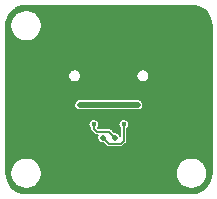
<source format=gbl>
G04 #@! TF.GenerationSoftware,KiCad,Pcbnew,(5.1.10)-1*
G04 #@! TF.CreationDate,2021-09-28T15:44:08+07:00*
G04 #@! TF.ProjectId,Unified-Daughterboard,556e6966-6965-4642-9d44-617567687465,C3*
G04 #@! TF.SameCoordinates,Original*
G04 #@! TF.FileFunction,Copper,L2,Bot*
G04 #@! TF.FilePolarity,Positive*
%FSLAX46Y46*%
G04 Gerber Fmt 4.6, Leading zero omitted, Abs format (unit mm)*
G04 Created by KiCad (PCBNEW (5.1.10)-1) date 2021-09-28 15:44:08*
%MOMM*%
%LPD*%
G01*
G04 APERTURE LIST*
G04 #@! TA.AperFunction,ComponentPad*
%ADD10O,1.100000X2.200000*%
G04 #@! TD*
G04 #@! TA.AperFunction,ComponentPad*
%ADD11O,1.300000X1.900000*%
G04 #@! TD*
G04 #@! TA.AperFunction,ComponentPad*
%ADD12C,3.500001*%
G04 #@! TD*
G04 #@! TA.AperFunction,ViaPad*
%ADD13C,0.450000*%
G04 #@! TD*
G04 #@! TA.AperFunction,ViaPad*
%ADD14C,0.508000*%
G04 #@! TD*
G04 #@! TA.AperFunction,Conductor*
%ADD15C,0.152400*%
G04 #@! TD*
G04 #@! TA.AperFunction,Conductor*
%ADD16C,0.508000*%
G04 #@! TD*
G04 #@! TA.AperFunction,Conductor*
%ADD17C,0.100000*%
G04 #@! TD*
G04 APERTURE END LIST*
D10*
X70702500Y-63343000D03*
D11*
X70702500Y-59143000D03*
X79302500Y-59143000D03*
D10*
X79302500Y-63343000D03*
D12*
X82004500Y-58543000D03*
D13*
X75002500Y-66026400D03*
X73732500Y-66890000D03*
D14*
X75502500Y-68016000D03*
D13*
X76272500Y-66890000D03*
D14*
X74504500Y-68018000D03*
X72552500Y-65239000D03*
X77452500Y-65239000D03*
D15*
X73732500Y-66890000D02*
X73732500Y-67271000D01*
X73732500Y-67271000D02*
X73986500Y-67525000D01*
X75011500Y-67525000D02*
X75502500Y-68016000D01*
X73986500Y-67525000D02*
X75011500Y-67525000D01*
X76272500Y-66890000D02*
X76272500Y-68287000D01*
X76272500Y-68287000D02*
X76018500Y-68541000D01*
X75027500Y-68541000D02*
X74504500Y-68018000D01*
X76018500Y-68541000D02*
X75027500Y-68541000D01*
D16*
X72552500Y-65239000D02*
X77452500Y-65239000D01*
D15*
X82333717Y-56880336D02*
X82650391Y-56975945D01*
X82942466Y-57131244D01*
X83198814Y-57340317D01*
X83409674Y-57595202D01*
X83567004Y-57886178D01*
X83664825Y-58202186D01*
X83700900Y-58545416D01*
X83700901Y-71028142D01*
X83667164Y-71372219D01*
X83571554Y-71688893D01*
X83416253Y-71980969D01*
X83207183Y-72237314D01*
X82952298Y-72448174D01*
X82661318Y-72605506D01*
X82345315Y-72703325D01*
X82002084Y-72739400D01*
X68019348Y-72739400D01*
X67675281Y-72705664D01*
X67358607Y-72610054D01*
X67066531Y-72454753D01*
X66810186Y-72245683D01*
X66599326Y-71990798D01*
X66441994Y-71699818D01*
X66344175Y-71383815D01*
X66308100Y-71040584D01*
X66308100Y-70912144D01*
X66675900Y-70912144D01*
X66675900Y-71173856D01*
X66726957Y-71430538D01*
X66827110Y-71672328D01*
X66972509Y-71889933D01*
X67157567Y-72074991D01*
X67375172Y-72220390D01*
X67616962Y-72320543D01*
X67873644Y-72371600D01*
X68135356Y-72371600D01*
X68392038Y-72320543D01*
X68633828Y-72220390D01*
X68851433Y-72074991D01*
X69036491Y-71889933D01*
X69181890Y-71672328D01*
X69282043Y-71430538D01*
X69333100Y-71173856D01*
X69333100Y-70912144D01*
X80675900Y-70912144D01*
X80675900Y-71173856D01*
X80726957Y-71430538D01*
X80827110Y-71672328D01*
X80972509Y-71889933D01*
X81157567Y-72074991D01*
X81375172Y-72220390D01*
X81616962Y-72320543D01*
X81873644Y-72371600D01*
X82135356Y-72371600D01*
X82392038Y-72320543D01*
X82633828Y-72220390D01*
X82851433Y-72074991D01*
X83036491Y-71889933D01*
X83181890Y-71672328D01*
X83282043Y-71430538D01*
X83333100Y-71173856D01*
X83333100Y-70912144D01*
X83282043Y-70655462D01*
X83181890Y-70413672D01*
X83036491Y-70196067D01*
X82851433Y-70011009D01*
X82633828Y-69865610D01*
X82392038Y-69765457D01*
X82135356Y-69714400D01*
X81873644Y-69714400D01*
X81616962Y-69765457D01*
X81375172Y-69865610D01*
X81157567Y-70011009D01*
X80972509Y-70196067D01*
X80827110Y-70413672D01*
X80726957Y-70655462D01*
X80675900Y-70912144D01*
X69333100Y-70912144D01*
X69282043Y-70655462D01*
X69181890Y-70413672D01*
X69036491Y-70196067D01*
X68851433Y-70011009D01*
X68633828Y-69865610D01*
X68392038Y-69765457D01*
X68135356Y-69714400D01*
X67873644Y-69714400D01*
X67616962Y-69765457D01*
X67375172Y-69865610D01*
X67157567Y-70011009D01*
X66972509Y-70196067D01*
X66827110Y-70413672D01*
X66726957Y-70655462D01*
X66675900Y-70912144D01*
X66308100Y-70912144D01*
X66308100Y-66845324D01*
X73278900Y-66845324D01*
X73278900Y-66934676D01*
X73296331Y-67022310D01*
X73330525Y-67104860D01*
X73380166Y-67179153D01*
X73427700Y-67226687D01*
X73427700Y-67256042D01*
X73426227Y-67271000D01*
X73427700Y-67285958D01*
X73427700Y-67285966D01*
X73429913Y-67308432D01*
X73432111Y-67330751D01*
X73449540Y-67388205D01*
X73449541Y-67388206D01*
X73477843Y-67441157D01*
X73515933Y-67487568D01*
X73527556Y-67497107D01*
X73760391Y-67729943D01*
X73769932Y-67741568D01*
X73816343Y-67779658D01*
X73869294Y-67807960D01*
X73913376Y-67821332D01*
X73926748Y-67825389D01*
X73932389Y-67825945D01*
X73971534Y-67829800D01*
X73971541Y-67829800D01*
X73986499Y-67831273D01*
X74001457Y-67829800D01*
X74060093Y-67829800D01*
X74040446Y-67877231D01*
X74021900Y-67970468D01*
X74021900Y-68065532D01*
X74040446Y-68158769D01*
X74076826Y-68246597D01*
X74129640Y-68325640D01*
X74196860Y-68392860D01*
X74275903Y-68445674D01*
X74363731Y-68482054D01*
X74456968Y-68500600D01*
X74552032Y-68500600D01*
X74555382Y-68499934D01*
X74801392Y-68745944D01*
X74810932Y-68757568D01*
X74857343Y-68795658D01*
X74910294Y-68823960D01*
X74967748Y-68841389D01*
X74972903Y-68841897D01*
X75012534Y-68845800D01*
X75012542Y-68845800D01*
X75027500Y-68847273D01*
X75042458Y-68845800D01*
X76003542Y-68845800D01*
X76018500Y-68847273D01*
X76033458Y-68845800D01*
X76033466Y-68845800D01*
X76078251Y-68841389D01*
X76135706Y-68823960D01*
X76188657Y-68795658D01*
X76235068Y-68757568D01*
X76244612Y-68745939D01*
X76477444Y-68513108D01*
X76489068Y-68503568D01*
X76527158Y-68457157D01*
X76555460Y-68404206D01*
X76572889Y-68346751D01*
X76577300Y-68301966D01*
X76577300Y-68301959D01*
X76578773Y-68287001D01*
X76577300Y-68272043D01*
X76577300Y-67226687D01*
X76624834Y-67179153D01*
X76674475Y-67104860D01*
X76708669Y-67022310D01*
X76726100Y-66934676D01*
X76726100Y-66845324D01*
X76708669Y-66757690D01*
X76674475Y-66675140D01*
X76624834Y-66600847D01*
X76561653Y-66537666D01*
X76487360Y-66488025D01*
X76404810Y-66453831D01*
X76317176Y-66436400D01*
X76227824Y-66436400D01*
X76140190Y-66453831D01*
X76057640Y-66488025D01*
X75983347Y-66537666D01*
X75920166Y-66600847D01*
X75870525Y-66675140D01*
X75836331Y-66757690D01*
X75818900Y-66845324D01*
X75818900Y-66934676D01*
X75836331Y-67022310D01*
X75870525Y-67104860D01*
X75920166Y-67179153D01*
X75967700Y-67226687D01*
X75967701Y-67880996D01*
X75966554Y-67875231D01*
X75930174Y-67787403D01*
X75877360Y-67708360D01*
X75810140Y-67641140D01*
X75731097Y-67588326D01*
X75643269Y-67551946D01*
X75550032Y-67533400D01*
X75454968Y-67533400D01*
X75451618Y-67534066D01*
X75237612Y-67320061D01*
X75228068Y-67308432D01*
X75181657Y-67270342D01*
X75128706Y-67242040D01*
X75071251Y-67224611D01*
X75026466Y-67220200D01*
X75026458Y-67220200D01*
X75011500Y-67218727D01*
X74996542Y-67220200D01*
X74112752Y-67220200D01*
X74078269Y-67185718D01*
X74084834Y-67179153D01*
X74134475Y-67104860D01*
X74168669Y-67022310D01*
X74186100Y-66934676D01*
X74186100Y-66845324D01*
X74168669Y-66757690D01*
X74134475Y-66675140D01*
X74084834Y-66600847D01*
X74021653Y-66537666D01*
X73947360Y-66488025D01*
X73864810Y-66453831D01*
X73777176Y-66436400D01*
X73687824Y-66436400D01*
X73600190Y-66453831D01*
X73517640Y-66488025D01*
X73443347Y-66537666D01*
X73380166Y-66600847D01*
X73330525Y-66675140D01*
X73296331Y-66757690D01*
X73278900Y-66845324D01*
X66308100Y-66845324D01*
X66308100Y-65239000D01*
X72067565Y-65239000D01*
X72069900Y-65262707D01*
X72069900Y-65286532D01*
X72074548Y-65309899D01*
X72076883Y-65333606D01*
X72083798Y-65356403D01*
X72088446Y-65379769D01*
X72097561Y-65401775D01*
X72104478Y-65424577D01*
X72115712Y-65445594D01*
X72124826Y-65467597D01*
X72138060Y-65487403D01*
X72149291Y-65508415D01*
X72164403Y-65526829D01*
X72177640Y-65546640D01*
X72194488Y-65563488D01*
X72209599Y-65581901D01*
X72228012Y-65597012D01*
X72244860Y-65613860D01*
X72264671Y-65627097D01*
X72283085Y-65642209D01*
X72304097Y-65653440D01*
X72323903Y-65666674D01*
X72345906Y-65675788D01*
X72366923Y-65687022D01*
X72389725Y-65693939D01*
X72411731Y-65703054D01*
X72435097Y-65707702D01*
X72457894Y-65714617D01*
X72481600Y-65716952D01*
X72504968Y-65721600D01*
X77500032Y-65721600D01*
X77523400Y-65716952D01*
X77547106Y-65714617D01*
X77569903Y-65707702D01*
X77593269Y-65703054D01*
X77615275Y-65693939D01*
X77638077Y-65687022D01*
X77659094Y-65675788D01*
X77681097Y-65666674D01*
X77700903Y-65653440D01*
X77721915Y-65642209D01*
X77740329Y-65627097D01*
X77760140Y-65613860D01*
X77776988Y-65597012D01*
X77795401Y-65581901D01*
X77810512Y-65563488D01*
X77827360Y-65546640D01*
X77840597Y-65526829D01*
X77855709Y-65508415D01*
X77866940Y-65487403D01*
X77880174Y-65467597D01*
X77889288Y-65445594D01*
X77900522Y-65424577D01*
X77907439Y-65401775D01*
X77916554Y-65379769D01*
X77921202Y-65356403D01*
X77928117Y-65333606D01*
X77930452Y-65309899D01*
X77935100Y-65286532D01*
X77935100Y-65262707D01*
X77937435Y-65239000D01*
X77935100Y-65215293D01*
X77935100Y-65191468D01*
X77930452Y-65168101D01*
X77928117Y-65144394D01*
X77921202Y-65121597D01*
X77916554Y-65098231D01*
X77907439Y-65076225D01*
X77900522Y-65053423D01*
X77889288Y-65032406D01*
X77880174Y-65010403D01*
X77866940Y-64990597D01*
X77855709Y-64969585D01*
X77840597Y-64951171D01*
X77827360Y-64931360D01*
X77810512Y-64914512D01*
X77795401Y-64896099D01*
X77776988Y-64880988D01*
X77760140Y-64864140D01*
X77740329Y-64850903D01*
X77721915Y-64835791D01*
X77700903Y-64824560D01*
X77681097Y-64811326D01*
X77659094Y-64802212D01*
X77638077Y-64790978D01*
X77615275Y-64784061D01*
X77593269Y-64774946D01*
X77569903Y-64770298D01*
X77547106Y-64763383D01*
X77523400Y-64761048D01*
X77500032Y-64756400D01*
X72504968Y-64756400D01*
X72481600Y-64761048D01*
X72457894Y-64763383D01*
X72435097Y-64770298D01*
X72411731Y-64774946D01*
X72389725Y-64784061D01*
X72366923Y-64790978D01*
X72345906Y-64802212D01*
X72323903Y-64811326D01*
X72304097Y-64824560D01*
X72283085Y-64835791D01*
X72264671Y-64850903D01*
X72244860Y-64864140D01*
X72228012Y-64880988D01*
X72209599Y-64896099D01*
X72194488Y-64914512D01*
X72177640Y-64931360D01*
X72164403Y-64951171D01*
X72149291Y-64969585D01*
X72138060Y-64990597D01*
X72124826Y-65010403D01*
X72115712Y-65032406D01*
X72104478Y-65053423D01*
X72097561Y-65076225D01*
X72088446Y-65098231D01*
X72083798Y-65121597D01*
X72076883Y-65144394D01*
X72074548Y-65168101D01*
X72069900Y-65191468D01*
X72069900Y-65215293D01*
X72067565Y-65239000D01*
X66308100Y-65239000D01*
X66308100Y-62737475D01*
X71558900Y-62737475D01*
X71558900Y-62846525D01*
X71580174Y-62953479D01*
X71621906Y-63054228D01*
X71682491Y-63144900D01*
X71759600Y-63222009D01*
X71850272Y-63282594D01*
X71951021Y-63324326D01*
X72057975Y-63345600D01*
X72167025Y-63345600D01*
X72273979Y-63324326D01*
X72374728Y-63282594D01*
X72465400Y-63222009D01*
X72542509Y-63144900D01*
X72603094Y-63054228D01*
X72644826Y-62953479D01*
X72666100Y-62846525D01*
X72666100Y-62737475D01*
X77338900Y-62737475D01*
X77338900Y-62846525D01*
X77360174Y-62953479D01*
X77401906Y-63054228D01*
X77462491Y-63144900D01*
X77539600Y-63222009D01*
X77630272Y-63282594D01*
X77731021Y-63324326D01*
X77837975Y-63345600D01*
X77947025Y-63345600D01*
X78053979Y-63324326D01*
X78154728Y-63282594D01*
X78245400Y-63222009D01*
X78322509Y-63144900D01*
X78383094Y-63054228D01*
X78424826Y-62953479D01*
X78446100Y-62846525D01*
X78446100Y-62737475D01*
X78424826Y-62630521D01*
X78383094Y-62529772D01*
X78322509Y-62439100D01*
X78245400Y-62361991D01*
X78154728Y-62301406D01*
X78053979Y-62259674D01*
X77947025Y-62238400D01*
X77837975Y-62238400D01*
X77731021Y-62259674D01*
X77630272Y-62301406D01*
X77539600Y-62361991D01*
X77462491Y-62439100D01*
X77401906Y-62529772D01*
X77360174Y-62630521D01*
X77338900Y-62737475D01*
X72666100Y-62737475D01*
X72644826Y-62630521D01*
X72603094Y-62529772D01*
X72542509Y-62439100D01*
X72465400Y-62361991D01*
X72374728Y-62301406D01*
X72273979Y-62259674D01*
X72167025Y-62238400D01*
X72057975Y-62238400D01*
X71951021Y-62259674D01*
X71850272Y-62301406D01*
X71759600Y-62361991D01*
X71682491Y-62439100D01*
X71621906Y-62529772D01*
X71580174Y-62630521D01*
X71558900Y-62737475D01*
X66308100Y-62737475D01*
X66308100Y-58557848D01*
X66322386Y-58412144D01*
X66675900Y-58412144D01*
X66675900Y-58673856D01*
X66726957Y-58930538D01*
X66827110Y-59172328D01*
X66972509Y-59389933D01*
X67157567Y-59574991D01*
X67375172Y-59720390D01*
X67616962Y-59820543D01*
X67873644Y-59871600D01*
X68135356Y-59871600D01*
X68392038Y-59820543D01*
X68633828Y-59720390D01*
X68851433Y-59574991D01*
X69036491Y-59389933D01*
X69181890Y-59172328D01*
X69282043Y-58930538D01*
X69333100Y-58673856D01*
X69333100Y-58412144D01*
X69282043Y-58155462D01*
X69181890Y-57913672D01*
X69036491Y-57696067D01*
X68851433Y-57511009D01*
X68633828Y-57365610D01*
X68392038Y-57265457D01*
X68135356Y-57214400D01*
X67873644Y-57214400D01*
X67616962Y-57265457D01*
X67375172Y-57365610D01*
X67157567Y-57511009D01*
X66972509Y-57696067D01*
X66827110Y-57913672D01*
X66726957Y-58155462D01*
X66675900Y-58412144D01*
X66322386Y-58412144D01*
X66341836Y-58213783D01*
X66437445Y-57897109D01*
X66592744Y-57605034D01*
X66801817Y-57348686D01*
X67056702Y-57137826D01*
X67347678Y-56980496D01*
X67663686Y-56882675D01*
X68006916Y-56846600D01*
X81989652Y-56846600D01*
X82333717Y-56880336D01*
G04 #@! TA.AperFunction,Conductor*
D17*
G36*
X82333717Y-56880336D02*
G01*
X82650391Y-56975945D01*
X82942466Y-57131244D01*
X83198814Y-57340317D01*
X83409674Y-57595202D01*
X83567004Y-57886178D01*
X83664825Y-58202186D01*
X83700900Y-58545416D01*
X83700901Y-71028142D01*
X83667164Y-71372219D01*
X83571554Y-71688893D01*
X83416253Y-71980969D01*
X83207183Y-72237314D01*
X82952298Y-72448174D01*
X82661318Y-72605506D01*
X82345315Y-72703325D01*
X82002084Y-72739400D01*
X68019348Y-72739400D01*
X67675281Y-72705664D01*
X67358607Y-72610054D01*
X67066531Y-72454753D01*
X66810186Y-72245683D01*
X66599326Y-71990798D01*
X66441994Y-71699818D01*
X66344175Y-71383815D01*
X66308100Y-71040584D01*
X66308100Y-70912144D01*
X66675900Y-70912144D01*
X66675900Y-71173856D01*
X66726957Y-71430538D01*
X66827110Y-71672328D01*
X66972509Y-71889933D01*
X67157567Y-72074991D01*
X67375172Y-72220390D01*
X67616962Y-72320543D01*
X67873644Y-72371600D01*
X68135356Y-72371600D01*
X68392038Y-72320543D01*
X68633828Y-72220390D01*
X68851433Y-72074991D01*
X69036491Y-71889933D01*
X69181890Y-71672328D01*
X69282043Y-71430538D01*
X69333100Y-71173856D01*
X69333100Y-70912144D01*
X80675900Y-70912144D01*
X80675900Y-71173856D01*
X80726957Y-71430538D01*
X80827110Y-71672328D01*
X80972509Y-71889933D01*
X81157567Y-72074991D01*
X81375172Y-72220390D01*
X81616962Y-72320543D01*
X81873644Y-72371600D01*
X82135356Y-72371600D01*
X82392038Y-72320543D01*
X82633828Y-72220390D01*
X82851433Y-72074991D01*
X83036491Y-71889933D01*
X83181890Y-71672328D01*
X83282043Y-71430538D01*
X83333100Y-71173856D01*
X83333100Y-70912144D01*
X83282043Y-70655462D01*
X83181890Y-70413672D01*
X83036491Y-70196067D01*
X82851433Y-70011009D01*
X82633828Y-69865610D01*
X82392038Y-69765457D01*
X82135356Y-69714400D01*
X81873644Y-69714400D01*
X81616962Y-69765457D01*
X81375172Y-69865610D01*
X81157567Y-70011009D01*
X80972509Y-70196067D01*
X80827110Y-70413672D01*
X80726957Y-70655462D01*
X80675900Y-70912144D01*
X69333100Y-70912144D01*
X69282043Y-70655462D01*
X69181890Y-70413672D01*
X69036491Y-70196067D01*
X68851433Y-70011009D01*
X68633828Y-69865610D01*
X68392038Y-69765457D01*
X68135356Y-69714400D01*
X67873644Y-69714400D01*
X67616962Y-69765457D01*
X67375172Y-69865610D01*
X67157567Y-70011009D01*
X66972509Y-70196067D01*
X66827110Y-70413672D01*
X66726957Y-70655462D01*
X66675900Y-70912144D01*
X66308100Y-70912144D01*
X66308100Y-66845324D01*
X73278900Y-66845324D01*
X73278900Y-66934676D01*
X73296331Y-67022310D01*
X73330525Y-67104860D01*
X73380166Y-67179153D01*
X73427700Y-67226687D01*
X73427700Y-67256042D01*
X73426227Y-67271000D01*
X73427700Y-67285958D01*
X73427700Y-67285966D01*
X73429913Y-67308432D01*
X73432111Y-67330751D01*
X73449540Y-67388205D01*
X73449541Y-67388206D01*
X73477843Y-67441157D01*
X73515933Y-67487568D01*
X73527556Y-67497107D01*
X73760391Y-67729943D01*
X73769932Y-67741568D01*
X73816343Y-67779658D01*
X73869294Y-67807960D01*
X73913376Y-67821332D01*
X73926748Y-67825389D01*
X73932389Y-67825945D01*
X73971534Y-67829800D01*
X73971541Y-67829800D01*
X73986499Y-67831273D01*
X74001457Y-67829800D01*
X74060093Y-67829800D01*
X74040446Y-67877231D01*
X74021900Y-67970468D01*
X74021900Y-68065532D01*
X74040446Y-68158769D01*
X74076826Y-68246597D01*
X74129640Y-68325640D01*
X74196860Y-68392860D01*
X74275903Y-68445674D01*
X74363731Y-68482054D01*
X74456968Y-68500600D01*
X74552032Y-68500600D01*
X74555382Y-68499934D01*
X74801392Y-68745944D01*
X74810932Y-68757568D01*
X74857343Y-68795658D01*
X74910294Y-68823960D01*
X74967748Y-68841389D01*
X74972903Y-68841897D01*
X75012534Y-68845800D01*
X75012542Y-68845800D01*
X75027500Y-68847273D01*
X75042458Y-68845800D01*
X76003542Y-68845800D01*
X76018500Y-68847273D01*
X76033458Y-68845800D01*
X76033466Y-68845800D01*
X76078251Y-68841389D01*
X76135706Y-68823960D01*
X76188657Y-68795658D01*
X76235068Y-68757568D01*
X76244612Y-68745939D01*
X76477444Y-68513108D01*
X76489068Y-68503568D01*
X76527158Y-68457157D01*
X76555460Y-68404206D01*
X76572889Y-68346751D01*
X76577300Y-68301966D01*
X76577300Y-68301959D01*
X76578773Y-68287001D01*
X76577300Y-68272043D01*
X76577300Y-67226687D01*
X76624834Y-67179153D01*
X76674475Y-67104860D01*
X76708669Y-67022310D01*
X76726100Y-66934676D01*
X76726100Y-66845324D01*
X76708669Y-66757690D01*
X76674475Y-66675140D01*
X76624834Y-66600847D01*
X76561653Y-66537666D01*
X76487360Y-66488025D01*
X76404810Y-66453831D01*
X76317176Y-66436400D01*
X76227824Y-66436400D01*
X76140190Y-66453831D01*
X76057640Y-66488025D01*
X75983347Y-66537666D01*
X75920166Y-66600847D01*
X75870525Y-66675140D01*
X75836331Y-66757690D01*
X75818900Y-66845324D01*
X75818900Y-66934676D01*
X75836331Y-67022310D01*
X75870525Y-67104860D01*
X75920166Y-67179153D01*
X75967700Y-67226687D01*
X75967701Y-67880996D01*
X75966554Y-67875231D01*
X75930174Y-67787403D01*
X75877360Y-67708360D01*
X75810140Y-67641140D01*
X75731097Y-67588326D01*
X75643269Y-67551946D01*
X75550032Y-67533400D01*
X75454968Y-67533400D01*
X75451618Y-67534066D01*
X75237612Y-67320061D01*
X75228068Y-67308432D01*
X75181657Y-67270342D01*
X75128706Y-67242040D01*
X75071251Y-67224611D01*
X75026466Y-67220200D01*
X75026458Y-67220200D01*
X75011500Y-67218727D01*
X74996542Y-67220200D01*
X74112752Y-67220200D01*
X74078269Y-67185718D01*
X74084834Y-67179153D01*
X74134475Y-67104860D01*
X74168669Y-67022310D01*
X74186100Y-66934676D01*
X74186100Y-66845324D01*
X74168669Y-66757690D01*
X74134475Y-66675140D01*
X74084834Y-66600847D01*
X74021653Y-66537666D01*
X73947360Y-66488025D01*
X73864810Y-66453831D01*
X73777176Y-66436400D01*
X73687824Y-66436400D01*
X73600190Y-66453831D01*
X73517640Y-66488025D01*
X73443347Y-66537666D01*
X73380166Y-66600847D01*
X73330525Y-66675140D01*
X73296331Y-66757690D01*
X73278900Y-66845324D01*
X66308100Y-66845324D01*
X66308100Y-65239000D01*
X72067565Y-65239000D01*
X72069900Y-65262707D01*
X72069900Y-65286532D01*
X72074548Y-65309899D01*
X72076883Y-65333606D01*
X72083798Y-65356403D01*
X72088446Y-65379769D01*
X72097561Y-65401775D01*
X72104478Y-65424577D01*
X72115712Y-65445594D01*
X72124826Y-65467597D01*
X72138060Y-65487403D01*
X72149291Y-65508415D01*
X72164403Y-65526829D01*
X72177640Y-65546640D01*
X72194488Y-65563488D01*
X72209599Y-65581901D01*
X72228012Y-65597012D01*
X72244860Y-65613860D01*
X72264671Y-65627097D01*
X72283085Y-65642209D01*
X72304097Y-65653440D01*
X72323903Y-65666674D01*
X72345906Y-65675788D01*
X72366923Y-65687022D01*
X72389725Y-65693939D01*
X72411731Y-65703054D01*
X72435097Y-65707702D01*
X72457894Y-65714617D01*
X72481600Y-65716952D01*
X72504968Y-65721600D01*
X77500032Y-65721600D01*
X77523400Y-65716952D01*
X77547106Y-65714617D01*
X77569903Y-65707702D01*
X77593269Y-65703054D01*
X77615275Y-65693939D01*
X77638077Y-65687022D01*
X77659094Y-65675788D01*
X77681097Y-65666674D01*
X77700903Y-65653440D01*
X77721915Y-65642209D01*
X77740329Y-65627097D01*
X77760140Y-65613860D01*
X77776988Y-65597012D01*
X77795401Y-65581901D01*
X77810512Y-65563488D01*
X77827360Y-65546640D01*
X77840597Y-65526829D01*
X77855709Y-65508415D01*
X77866940Y-65487403D01*
X77880174Y-65467597D01*
X77889288Y-65445594D01*
X77900522Y-65424577D01*
X77907439Y-65401775D01*
X77916554Y-65379769D01*
X77921202Y-65356403D01*
X77928117Y-65333606D01*
X77930452Y-65309899D01*
X77935100Y-65286532D01*
X77935100Y-65262707D01*
X77937435Y-65239000D01*
X77935100Y-65215293D01*
X77935100Y-65191468D01*
X77930452Y-65168101D01*
X77928117Y-65144394D01*
X77921202Y-65121597D01*
X77916554Y-65098231D01*
X77907439Y-65076225D01*
X77900522Y-65053423D01*
X77889288Y-65032406D01*
X77880174Y-65010403D01*
X77866940Y-64990597D01*
X77855709Y-64969585D01*
X77840597Y-64951171D01*
X77827360Y-64931360D01*
X77810512Y-64914512D01*
X77795401Y-64896099D01*
X77776988Y-64880988D01*
X77760140Y-64864140D01*
X77740329Y-64850903D01*
X77721915Y-64835791D01*
X77700903Y-64824560D01*
X77681097Y-64811326D01*
X77659094Y-64802212D01*
X77638077Y-64790978D01*
X77615275Y-64784061D01*
X77593269Y-64774946D01*
X77569903Y-64770298D01*
X77547106Y-64763383D01*
X77523400Y-64761048D01*
X77500032Y-64756400D01*
X72504968Y-64756400D01*
X72481600Y-64761048D01*
X72457894Y-64763383D01*
X72435097Y-64770298D01*
X72411731Y-64774946D01*
X72389725Y-64784061D01*
X72366923Y-64790978D01*
X72345906Y-64802212D01*
X72323903Y-64811326D01*
X72304097Y-64824560D01*
X72283085Y-64835791D01*
X72264671Y-64850903D01*
X72244860Y-64864140D01*
X72228012Y-64880988D01*
X72209599Y-64896099D01*
X72194488Y-64914512D01*
X72177640Y-64931360D01*
X72164403Y-64951171D01*
X72149291Y-64969585D01*
X72138060Y-64990597D01*
X72124826Y-65010403D01*
X72115712Y-65032406D01*
X72104478Y-65053423D01*
X72097561Y-65076225D01*
X72088446Y-65098231D01*
X72083798Y-65121597D01*
X72076883Y-65144394D01*
X72074548Y-65168101D01*
X72069900Y-65191468D01*
X72069900Y-65215293D01*
X72067565Y-65239000D01*
X66308100Y-65239000D01*
X66308100Y-62737475D01*
X71558900Y-62737475D01*
X71558900Y-62846525D01*
X71580174Y-62953479D01*
X71621906Y-63054228D01*
X71682491Y-63144900D01*
X71759600Y-63222009D01*
X71850272Y-63282594D01*
X71951021Y-63324326D01*
X72057975Y-63345600D01*
X72167025Y-63345600D01*
X72273979Y-63324326D01*
X72374728Y-63282594D01*
X72465400Y-63222009D01*
X72542509Y-63144900D01*
X72603094Y-63054228D01*
X72644826Y-62953479D01*
X72666100Y-62846525D01*
X72666100Y-62737475D01*
X77338900Y-62737475D01*
X77338900Y-62846525D01*
X77360174Y-62953479D01*
X77401906Y-63054228D01*
X77462491Y-63144900D01*
X77539600Y-63222009D01*
X77630272Y-63282594D01*
X77731021Y-63324326D01*
X77837975Y-63345600D01*
X77947025Y-63345600D01*
X78053979Y-63324326D01*
X78154728Y-63282594D01*
X78245400Y-63222009D01*
X78322509Y-63144900D01*
X78383094Y-63054228D01*
X78424826Y-62953479D01*
X78446100Y-62846525D01*
X78446100Y-62737475D01*
X78424826Y-62630521D01*
X78383094Y-62529772D01*
X78322509Y-62439100D01*
X78245400Y-62361991D01*
X78154728Y-62301406D01*
X78053979Y-62259674D01*
X77947025Y-62238400D01*
X77837975Y-62238400D01*
X77731021Y-62259674D01*
X77630272Y-62301406D01*
X77539600Y-62361991D01*
X77462491Y-62439100D01*
X77401906Y-62529772D01*
X77360174Y-62630521D01*
X77338900Y-62737475D01*
X72666100Y-62737475D01*
X72644826Y-62630521D01*
X72603094Y-62529772D01*
X72542509Y-62439100D01*
X72465400Y-62361991D01*
X72374728Y-62301406D01*
X72273979Y-62259674D01*
X72167025Y-62238400D01*
X72057975Y-62238400D01*
X71951021Y-62259674D01*
X71850272Y-62301406D01*
X71759600Y-62361991D01*
X71682491Y-62439100D01*
X71621906Y-62529772D01*
X71580174Y-62630521D01*
X71558900Y-62737475D01*
X66308100Y-62737475D01*
X66308100Y-58557848D01*
X66322386Y-58412144D01*
X66675900Y-58412144D01*
X66675900Y-58673856D01*
X66726957Y-58930538D01*
X66827110Y-59172328D01*
X66972509Y-59389933D01*
X67157567Y-59574991D01*
X67375172Y-59720390D01*
X67616962Y-59820543D01*
X67873644Y-59871600D01*
X68135356Y-59871600D01*
X68392038Y-59820543D01*
X68633828Y-59720390D01*
X68851433Y-59574991D01*
X69036491Y-59389933D01*
X69181890Y-59172328D01*
X69282043Y-58930538D01*
X69333100Y-58673856D01*
X69333100Y-58412144D01*
X69282043Y-58155462D01*
X69181890Y-57913672D01*
X69036491Y-57696067D01*
X68851433Y-57511009D01*
X68633828Y-57365610D01*
X68392038Y-57265457D01*
X68135356Y-57214400D01*
X67873644Y-57214400D01*
X67616962Y-57265457D01*
X67375172Y-57365610D01*
X67157567Y-57511009D01*
X66972509Y-57696067D01*
X66827110Y-57913672D01*
X66726957Y-58155462D01*
X66675900Y-58412144D01*
X66322386Y-58412144D01*
X66341836Y-58213783D01*
X66437445Y-57897109D01*
X66592744Y-57605034D01*
X66801817Y-57348686D01*
X67056702Y-57137826D01*
X67347678Y-56980496D01*
X67663686Y-56882675D01*
X68006916Y-56846600D01*
X81989652Y-56846600D01*
X82333717Y-56880336D01*
G37*
G04 #@! TD.AperFunction*
M02*

</source>
